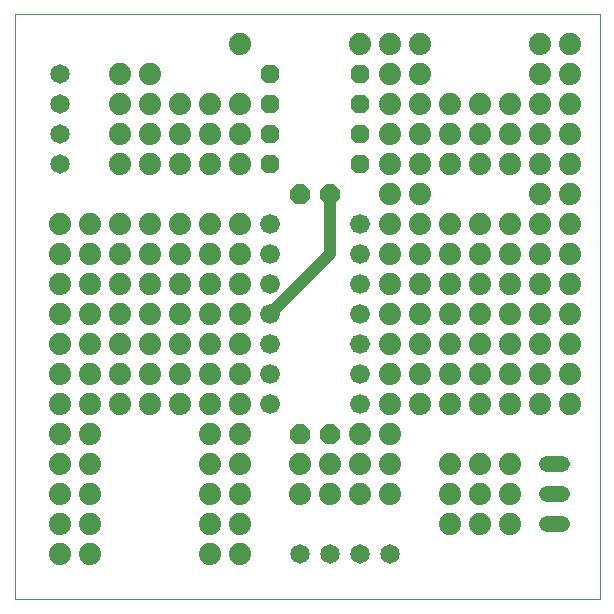
<source format=gtl>
G75*
G70*
%OFA0B0*%
%FSLAX24Y24*%
%IPPOS*%
%LPD*%
%AMOC8*
5,1,8,0,0,1.08239X$1,22.5*
%
%ADD10C,0.0000*%
%ADD11OC8,0.0630*%
%ADD12C,0.0740*%
%ADD13OC8,0.0660*%
%ADD14C,0.0650*%
%ADD15C,0.0520*%
%ADD16C,0.0660*%
%ADD17C,0.0400*%
D10*
X000100Y000100D02*
X000100Y019600D01*
X019600Y019600D01*
X019600Y000100D01*
X000100Y000100D01*
D11*
X008600Y014600D03*
X008600Y015600D03*
X008600Y016600D03*
X008600Y017600D03*
X011600Y017600D03*
X011600Y016600D03*
X011600Y015600D03*
X011600Y014600D03*
D12*
X012600Y014600D03*
X012600Y013600D03*
X012600Y012600D03*
X012600Y011600D03*
X012600Y010600D03*
X012600Y009600D03*
X012600Y008600D03*
X012600Y007600D03*
X012600Y006600D03*
X012600Y005600D03*
X012600Y004600D03*
X012600Y003600D03*
X011600Y003600D03*
X011600Y004600D03*
X011600Y005600D03*
X010600Y004600D03*
X010600Y003600D03*
X009600Y003600D03*
X009600Y004600D03*
X007600Y004600D03*
X007600Y003600D03*
X007600Y002600D03*
X007600Y001600D03*
X006600Y001600D03*
X006600Y002600D03*
X006600Y003600D03*
X006600Y004600D03*
X006600Y005600D03*
X006600Y006600D03*
X006600Y007600D03*
X006600Y008600D03*
X006600Y009600D03*
X006600Y010600D03*
X006600Y011600D03*
X006600Y012600D03*
X005600Y012600D03*
X005600Y011600D03*
X005600Y010600D03*
X005600Y009600D03*
X005600Y008600D03*
X005600Y007600D03*
X005600Y006600D03*
X004600Y006600D03*
X004600Y007600D03*
X004600Y008600D03*
X004600Y009600D03*
X004600Y010600D03*
X004600Y011600D03*
X004600Y012600D03*
X003600Y012600D03*
X003600Y011600D03*
X003600Y010600D03*
X003600Y009600D03*
X003600Y008600D03*
X003600Y007600D03*
X003600Y006600D03*
X002600Y006600D03*
X002600Y005600D03*
X002600Y004600D03*
X002600Y003600D03*
X002600Y002600D03*
X002600Y001600D03*
X001600Y001600D03*
X001600Y002600D03*
X001600Y003600D03*
X001600Y004600D03*
X001600Y005600D03*
X001600Y006600D03*
X001600Y007600D03*
X001600Y008600D03*
X001600Y009600D03*
X001600Y010600D03*
X001600Y011600D03*
X001600Y012600D03*
X002600Y012600D03*
X002600Y011600D03*
X002600Y010600D03*
X002600Y009600D03*
X002600Y008600D03*
X002600Y007600D03*
X007600Y007600D03*
X007600Y006600D03*
X007600Y005600D03*
X007600Y008600D03*
X007600Y009600D03*
X007600Y010600D03*
X007600Y011600D03*
X007600Y012600D03*
X007600Y014600D03*
X007600Y015600D03*
X007600Y016600D03*
X006600Y016600D03*
X006600Y015600D03*
X006600Y014600D03*
X005600Y014600D03*
X005600Y015600D03*
X005600Y016600D03*
X004600Y016600D03*
X004600Y015600D03*
X004600Y014600D03*
X003600Y014600D03*
X003600Y015600D03*
X003600Y016600D03*
X003600Y017600D03*
X004600Y017600D03*
X007600Y018600D03*
X011600Y018600D03*
X012600Y018600D03*
X012600Y017600D03*
X012600Y016600D03*
X012600Y015600D03*
X013600Y015600D03*
X013600Y014600D03*
X013600Y013600D03*
X014600Y014600D03*
X014600Y015600D03*
X014600Y016600D03*
X013600Y016600D03*
X013600Y017600D03*
X013600Y018600D03*
X015600Y016600D03*
X015600Y015600D03*
X015600Y014600D03*
X016600Y014600D03*
X016600Y015600D03*
X016600Y016600D03*
X017600Y016600D03*
X017600Y015600D03*
X017600Y014600D03*
X017600Y013600D03*
X018600Y013600D03*
X018600Y014600D03*
X018600Y015600D03*
X018600Y016600D03*
X018600Y017600D03*
X018600Y018600D03*
X017600Y018600D03*
X017600Y017600D03*
X017600Y012600D03*
X017600Y011600D03*
X017600Y010600D03*
X017600Y009600D03*
X017600Y008600D03*
X017600Y007600D03*
X017600Y006600D03*
X016600Y006600D03*
X016600Y007600D03*
X016600Y008600D03*
X016600Y009600D03*
X016600Y010600D03*
X016600Y011600D03*
X016600Y012600D03*
X015600Y012600D03*
X015600Y011600D03*
X015600Y010600D03*
X015600Y009600D03*
X015600Y008600D03*
X015600Y007600D03*
X015600Y006600D03*
X014600Y006600D03*
X014600Y007600D03*
X014600Y008600D03*
X014600Y009600D03*
X014600Y010600D03*
X014600Y011600D03*
X014600Y012600D03*
X013600Y012600D03*
X013600Y011600D03*
X013600Y010600D03*
X013600Y009600D03*
X013600Y008600D03*
X013600Y007600D03*
X013600Y006600D03*
X014600Y004600D03*
X014600Y003600D03*
X014600Y002600D03*
X015600Y002600D03*
X015600Y003600D03*
X015600Y004600D03*
X016600Y004600D03*
X016600Y003600D03*
X016600Y002600D03*
X018600Y006600D03*
X018600Y007600D03*
X018600Y008600D03*
X018600Y009600D03*
X018600Y010600D03*
X018600Y011600D03*
X018600Y012600D03*
D13*
X010600Y013600D03*
X009600Y013600D03*
X009600Y005600D03*
X010600Y005600D03*
D14*
X010600Y001600D03*
X009600Y001600D03*
X011600Y001600D03*
X012600Y001600D03*
X001600Y014600D03*
X001600Y015600D03*
X001600Y016600D03*
X001600Y017600D03*
D15*
X017840Y004600D02*
X018360Y004600D01*
X018360Y003600D02*
X017840Y003600D01*
X017840Y002600D02*
X018360Y002600D01*
D16*
X011600Y006600D03*
X011600Y007600D03*
X011600Y008600D03*
X011600Y009600D03*
X011600Y010600D03*
X011600Y011600D03*
X011600Y012600D03*
X008600Y012600D03*
X008600Y011600D03*
X008600Y010600D03*
X008600Y009600D03*
X008600Y008600D03*
X008600Y007600D03*
X008600Y006600D03*
D17*
X008600Y009600D02*
X010600Y011600D01*
X010600Y013600D01*
M02*

</source>
